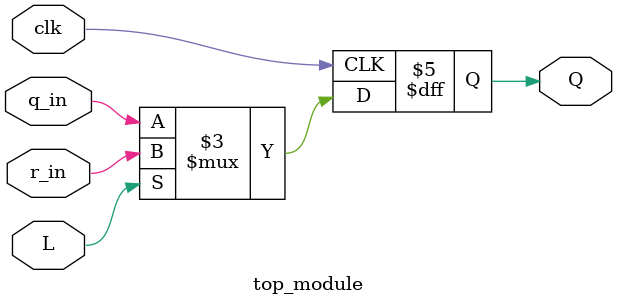
<source format=v>
module top_module (
	input clk,
	input L,
	input r_in,
	input q_in,
	output reg Q);
    always @(posedge clk)
        begin
            if(L) Q <= r_in;
            else Q <= q_in;
        end
endmodule

</source>
